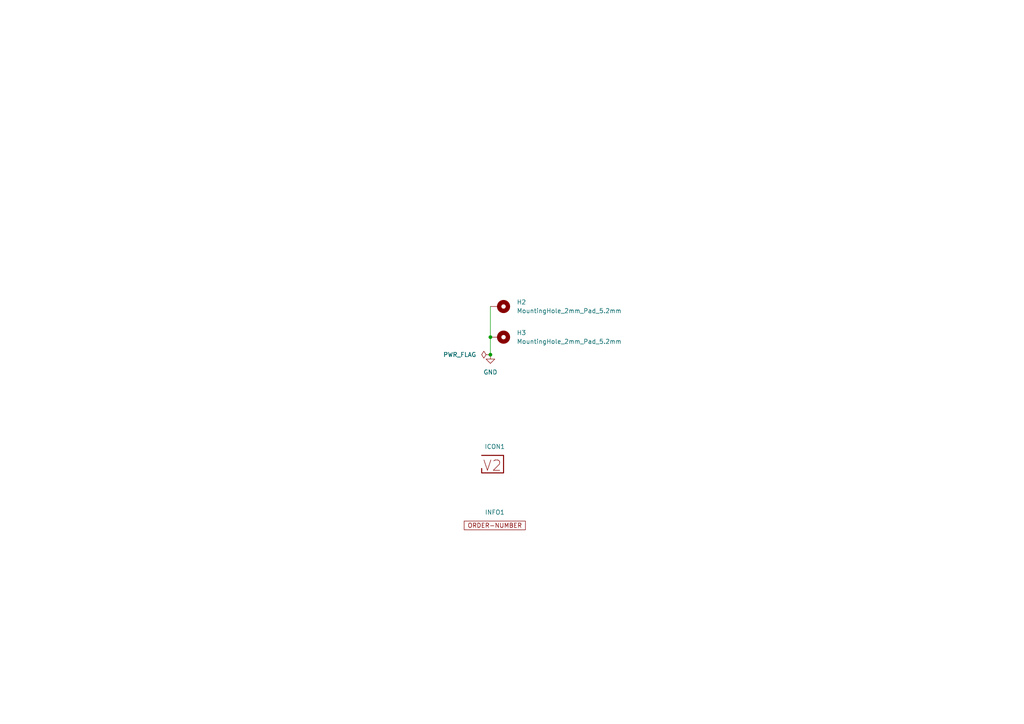
<source format=kicad_sch>
(kicad_sch (version 20231120) (generator "eeschema") (generator_version "8.0")
  (paper "A4")
  (title_block (title "V2 usb") (date "2023-01-29") (rev "1") (company "Versio Duo") (comment 1 "USB adapter cover"))
  (lib_symbols
    (symbol "V2_Artwork:V2-logo" (in_bom no)
      (property "Reference" "ICON" (at -3.81 2.54 0))
      (symbol "V2-logo_1_0"
        (polyline (pts (xy -3.81 1.27) (xy 2.54 1.27) (xy 2.54 -3.81) (xy -3.81 -3.81) (xy -3.81 -2.54)) (stroke (width 0.3)))
        (text "V2" (at -0.7135 -1.6753 0) (effects (font (size 3 3))))
      )
    )
    (symbol "V2_Mechanical:MountingHole_2mm_Pad_5.2mm" (pin_numbers hide) (pin_names (offset 1.016) hide) (in_bom no)
      (property "Reference" "H" (at 0 6.35 0))
      (property "Value" "MountingHole_2mm_Pad_5.2mm" (at 0 4.445 0))
      (symbol "MountingHole_2mm_Pad_5.2mm_0_1"
        (circle (center 0 1.27) (radius 1.27) (stroke (width 1.27)))
      )
      (symbol "MountingHole_2mm_Pad_5.2mm_1_1"
        (pin input line (at 0 -2.54 90) (length 2.54) (name "1") (number "1"))
      )
    )
    (symbol "V2_Production:Order_Number" (in_bom no)
      (property "Reference" "INFO" (at 0 2.54 0))
      (symbol "Order_Number_0_0"
        (text "ORDER-NUMBER" (at 0 0 0) (effects (font (size 1.27 1.27))))
      )
      (symbol "Order_Number_0_1"
        (rectangle (start -8.89 1.27) (end 8.89 -1.27))
      )
    )
    (symbol "power:GND" (power) (pin_names (offset 0))
      (property "Value" "GND" (at 0 -3.81 0))
      (symbol "GND_0_1"
        (polyline (pts (xy 0 0) (xy 0 -1.27) (xy 1.27 -1.27) (xy 0 -2.54) (xy -1.27 -1.27) (xy 0 -1.27)))
      )
      (symbol "GND_1_1"
        (pin power_in line (at 0 0 270) (length 0) hide (name "GND") (number "1"))
      )
    )
    (symbol "power:PWR_FLAG" (power) (pin_numbers hide) (pin_names (offset 0) hide)
      (property "Value" "PWR_FLAG" (at 0 3.81 0))
      (symbol "PWR_FLAG_0_0"
        (pin power_out line (at 0 0 90) (length 0) (name "pwr") (number "1"))
      )
      (symbol "PWR_FLAG_0_1"
        (polyline (pts (xy 0 0) (xy 0 1.27) (xy -1.016 1.905) (xy 0 2.54) (xy 1.016 1.905) (xy 0 1.27)))
      )
    )
  )
  (junction (at 142.24 102.87))
  (junction (at 142.24 97.79))
  (wire (pts (xy 142.24 97.79) (xy 142.24 102.87)))
  (wire (pts (xy 142.24 88.9) (xy 142.24 97.79)))
  (symbol (lib_id "power:GND") (at 142.24 102.87 0) (unit 1)
    (property "Reference" "#PWR0101" (effects (hide yes)))
    (property "Value" "GND" (at 142.24 107.95 0))
  )
  (symbol (lib_id "V2_Production:Order_Number") (at 143.51 152.4 0) (unit 1) (in_bom no)
    (property "Reference" "INFO1" (at 143.51 148.59 0))
    (property "Value" "Order_Number" (effects (hide yes)))
    (property "Footprint" "V2_Production:Order_Number" (effects (hide yes)))
  )
  (symbol (lib_id "V2_Mechanical:MountingHole_2mm_Pad_5.2mm") (at 144.78 88.9 270) (unit 1)
    (property "Reference" "H2" (at 149.86 87.63 90) (effects (justify left)))
    (property "Value" "MountingHole_2mm_Pad_5.2mm" (at 165.1 90.17 90))
    (property "Footprint" "V2_Mechanical:Mounting_Hole_2mm_Pad_5.2mm" (effects (hide yes)))
  )
  (symbol (lib_id "power:PWR_FLAG") (at 142.24 102.87 90) (unit 1)
    (property "Reference" "#FLG0101" (effects (hide yes)))
    (property "Value" "PWR_FLAG" (at 133.35 102.87 90))
  )
  (symbol (lib_id "V2_Artwork:V2-logo") (at 143.51 133.35 0) (unit 1) (in_bom no)
    (property "Reference" "ICON1" (at 143.51 129.54 0))
    (property "Value" "V2-logo" (effects (hide yes)))
    (property "Footprint" "V2_Artwork:Logo_Small" (effects (hide yes)))
  )
  (symbol (lib_id "V2_Mechanical:MountingHole_2mm_Pad_5.2mm") (at 144.78 97.79 270) (unit 1)
    (property "Reference" "H3" (at 149.86 96.52 90) (effects (justify left)))
    (property "Value" "MountingHole_2mm_Pad_5.2mm" (at 165.1 99.06 90))
    (property "Footprint" "V2_Mechanical:Mounting_Hole_2mm_Pad_5.2mm" (effects (hide yes)))
  )
)
</source>
